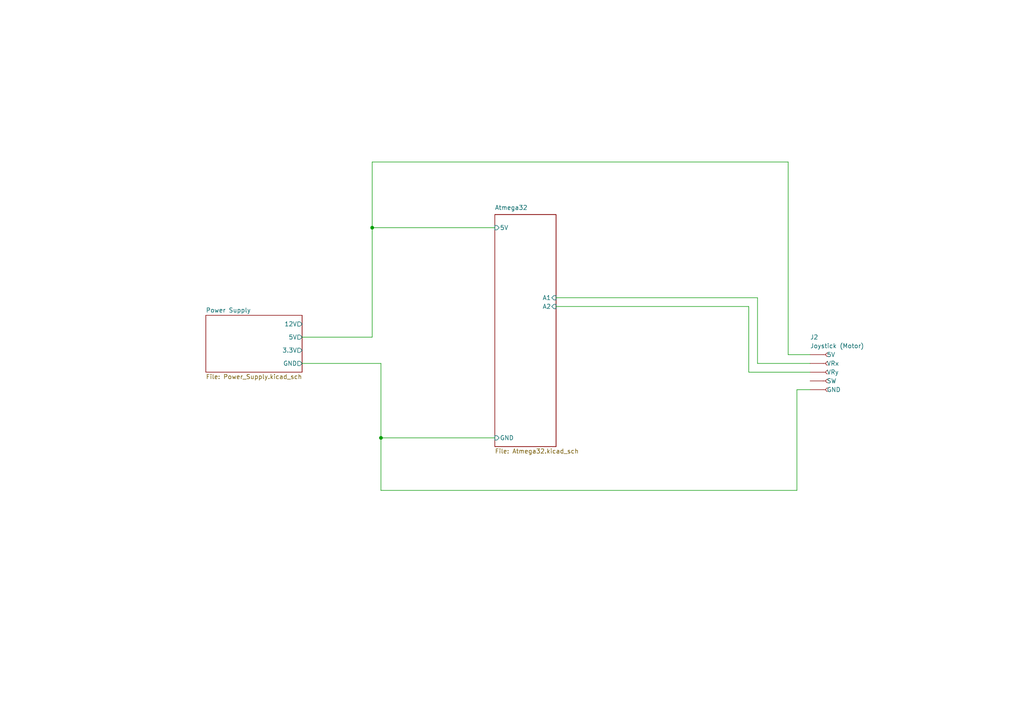
<source format=kicad_sch>
(kicad_sch (version 20211123) (generator eeschema)
  (paper "A4")
  (lib_symbols
    (symbol "Connector:Conn_01x05_Female" (pin_numbers hide) (pin_names (offset 1.016))
      (property "Reference" "J1" (at -5.08 10.16 0))
      (property "Value" "Joystick" (at -5.08 7.62 0))
      (symbol "Conn_01x05_Female_1_1"
        (arc (start 0 -4.572) (mid -0.508 -5.08) (end 0 -5.588) (stroke (width 0.1524)))
        (arc (start 0 -2.032) (mid -0.508 -2.54) (end 0 -3.048) (stroke (width 0.1524)))
        (polyline (pts (xy -1.27 -5.08) (xy -0.508 -5.08)) (stroke (width 0.1524)))
        (polyline (pts (xy -1.27 -2.54) (xy -0.508 -2.54)) (stroke (width 0.1524)))
        (polyline (pts (xy -1.27 0) (xy -0.508 0)) (stroke (width 0.1524)))
        (polyline (pts (xy -1.27 2.54) (xy -0.508 2.54)) (stroke (width 0.1524)))
        (polyline (pts (xy -1.27 5.08) (xy -0.508 5.08)) (stroke (width 0.1524)))
        (arc (start 0 0.508) (mid -0.508 0) (end 0 -0.508) (stroke (width 0.1524)))
        (arc (start 0 3.048) (mid -0.508 2.54) (end 0 2.032) (stroke (width 0.1524)))
        (arc (start 0 5.588) (mid -0.508 5.08) (end 0 4.572) (stroke (width 0.1524)))
        (pin passive line (at -5.08 5.08 0) (length 3.81) (name "5V") (number "1"))
        (pin passive line (at -5.08 2.54 0) (length 3.81) (name "VRx") (number "2"))
        (pin passive line (at -5.08 0 0) (length 3.81) (name "VRy") (number "3"))
        (pin passive line (at -5.08 -2.54 0) (length 3.81) (name "SW") (number "4"))
        (pin passive line (at -5.08 -5.08 0) (length 3.81) (name "GND") (number "5"))
      )
    )
  )
  (junction (at 110.49 127))
  (junction (at 107.95 66.04))
  (wire (pts (xy 234.95 105.41) (xy 219.71 105.41)))
  (wire (pts (xy 107.95 66.04) (xy 107.95 97.79)))
  (wire (pts (xy 231.14 113.03) (xy 231.14 142.24)))
  (wire (pts (xy 107.95 46.99) (xy 228.6 46.99)))
  (wire (pts (xy 110.49 142.24) (xy 231.14 142.24)))
  (wire (pts (xy 219.71 86.36) (xy 161.29 86.36)))
  (wire (pts (xy 107.95 97.79) (xy 87.63 97.79)))
  (wire (pts (xy 228.6 46.99) (xy 228.6 102.87)))
  (wire (pts (xy 219.71 105.41) (xy 219.71 86.36)))
  (wire (pts (xy 217.17 88.9) (xy 217.17 107.95)))
  (wire (pts (xy 234.95 113.03) (xy 231.14 113.03)))
  (wire (pts (xy 217.17 107.95) (xy 234.95 107.95)))
  (wire (pts (xy 110.49 105.41) (xy 87.63 105.41)))
  (wire (pts (xy 110.49 105.41) (xy 110.49 127)))
  (wire (pts (xy 161.29 88.9) (xy 217.17 88.9)))
  (wire (pts (xy 110.49 142.24) (xy 110.49 127)))
  (wire (pts (xy 234.95 102.87) (xy 228.6 102.87)))
  (wire (pts (xy 107.95 46.99) (xy 107.95 66.04)))
  (wire (pts (xy 107.95 66.04) (xy 143.51 66.04)))
  (wire (pts (xy 110.49 127) (xy 143.51 127)))
  (symbol (lib_id "Connector:Conn_01x05_Female") (at 240.03 107.95 0) (unit 1)
    (property "Reference" "J2" (at 234.95 97.79 0) (effects (justify left)))
    (property "Value" "Joystick (Motor)" (at 234.95 100.33 0) (effects (justify left)))
    (property "Footprint" "Connector_PinHeader_1.00mm:PinHeader_1x05_P1.00mm_Vertical" (effects hide))
  )
  (sheet (at 143.51 62.23) (size 17.78 67.31) (stroke (width 0.1524))
    (property "Sheet name" "Atmega32" (at 143.51 60.96 0) (effects (justify left bottom)))
    (property "Sheet file" "Atmega32.kicad_sch" (at 143.51 130.1246 0) (effects (justify left top)))
    (pin "5V" input (at 143.51 66.04 180))
    (pin "GND" input (at 143.51 127 180))
    (pin "A1" input (at 161.29 86.36 0))
    (pin "A2" input (at 161.29 88.9 0))
  )
  (sheet (at 59.69 91.44) (size 27.94 16.51) (stroke (width 0.1524))
    (property "Sheet name" "Power Supply" (at 59.69 90.7284 0) (effects (justify left bottom)))
    (property "Sheet file" "Power_Supply.kicad_sch" (at 59.69 108.5346 0) (effects (justify left top)))
    (pin "GND" output (at 87.63 105.41 0))
    (pin "5V" output (at 87.63 97.79 0))
    (pin "3.3V" output (at 87.63 101.6 0))
    (pin "12V" output (at 87.63 93.98 0))
  )
)
</source>
